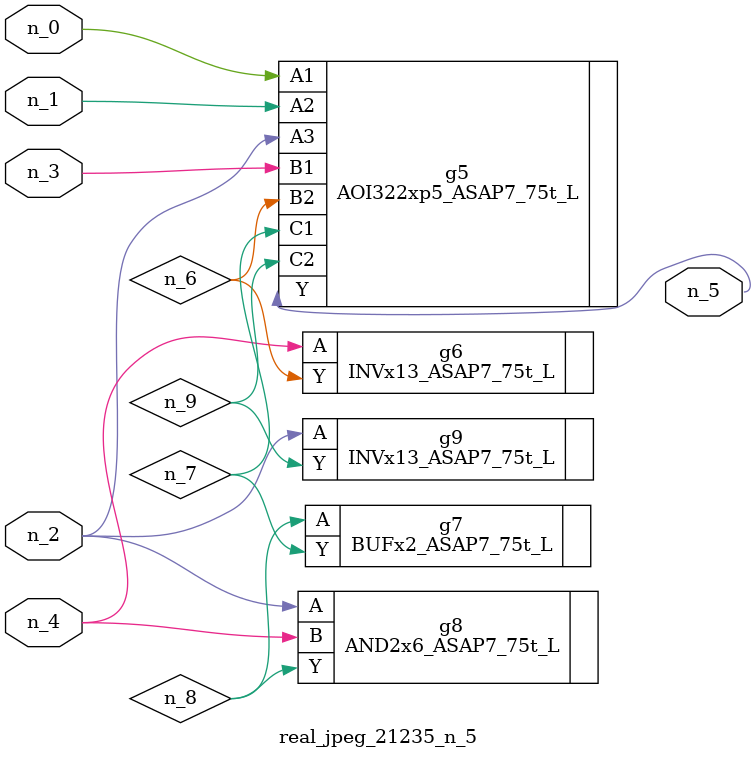
<source format=v>
module real_jpeg_21235_n_5 (n_4, n_0, n_1, n_2, n_3, n_5);

input n_4;
input n_0;
input n_1;
input n_2;
input n_3;

output n_5;

wire n_8;
wire n_6;
wire n_7;
wire n_9;

AOI322xp5_ASAP7_75t_L g5 ( 
.A1(n_0),
.A2(n_1),
.A3(n_2),
.B1(n_3),
.B2(n_6),
.C1(n_7),
.C2(n_9),
.Y(n_5)
);

AND2x6_ASAP7_75t_L g8 ( 
.A(n_2),
.B(n_4),
.Y(n_8)
);

INVx13_ASAP7_75t_L g9 ( 
.A(n_2),
.Y(n_9)
);

INVx13_ASAP7_75t_L g6 ( 
.A(n_4),
.Y(n_6)
);

BUFx2_ASAP7_75t_L g7 ( 
.A(n_8),
.Y(n_7)
);


endmodule
</source>
